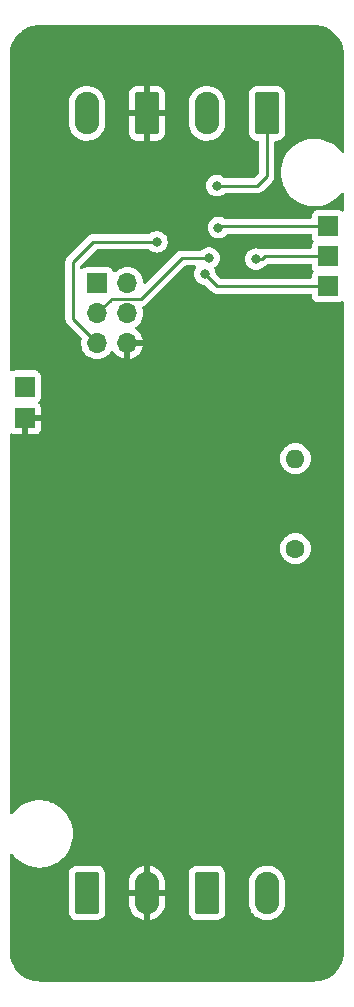
<source format=gbl>
%TF.GenerationSoftware,KiCad,Pcbnew,(5.99.0-11393-ga06b95bb1f)*%
%TF.CreationDate,2021-07-10T21:53:40+02:00*%
%TF.ProjectId,LasS0,4c617353-302e-46b6-9963-61645f706362,v0.1*%
%TF.SameCoordinates,Original*%
%TF.FileFunction,Copper,L2,Bot*%
%TF.FilePolarity,Positive*%
%FSLAX46Y46*%
G04 Gerber Fmt 4.6, Leading zero omitted, Abs format (unit mm)*
G04 Created by KiCad (PCBNEW (5.99.0-11393-ga06b95bb1f)) date 2021-07-10 21:53:40*
%MOMM*%
%LPD*%
G01*
G04 APERTURE LIST*
G04 Aperture macros list*
%AMRoundRect*
0 Rectangle with rounded corners*
0 $1 Rounding radius*
0 $2 $3 $4 $5 $6 $7 $8 $9 X,Y pos of 4 corners*
0 Add a 4 corners polygon primitive as box body*
4,1,4,$2,$3,$4,$5,$6,$7,$8,$9,$2,$3,0*
0 Add four circle primitives for the rounded corners*
1,1,$1+$1,$2,$3*
1,1,$1+$1,$4,$5*
1,1,$1+$1,$6,$7*
1,1,$1+$1,$8,$9*
0 Add four rect primitives between the rounded corners*
20,1,$1+$1,$2,$3,$4,$5,0*
20,1,$1+$1,$4,$5,$6,$7,0*
20,1,$1+$1,$6,$7,$8,$9,0*
20,1,$1+$1,$8,$9,$2,$3,0*%
G04 Aperture macros list end*
%TA.AperFunction,ComponentPad*%
%ADD10RoundRect,0.249999X0.790001X1.550001X-0.790001X1.550001X-0.790001X-1.550001X0.790001X-1.550001X0*%
%TD*%
%TA.AperFunction,ComponentPad*%
%ADD11O,2.080000X3.600000*%
%TD*%
%TA.AperFunction,ComponentPad*%
%ADD12R,1.700000X1.700000*%
%TD*%
%TA.AperFunction,ComponentPad*%
%ADD13O,1.600000X1.600000*%
%TD*%
%TA.AperFunction,ComponentPad*%
%ADD14C,1.600000*%
%TD*%
%TA.AperFunction,ComponentPad*%
%ADD15RoundRect,0.249999X-0.790001X-1.550001X0.790001X-1.550001X0.790001X1.550001X-0.790001X1.550001X0*%
%TD*%
%TA.AperFunction,ComponentPad*%
%ADD16O,1.700000X1.700000*%
%TD*%
%TA.AperFunction,ViaPad*%
%ADD17C,0.800000*%
%TD*%
%TA.AperFunction,Conductor*%
%ADD18C,0.250000*%
%TD*%
G04 APERTURE END LIST*
D10*
%TO.P,J3,1,Pin_1*%
%TO.N,GND*%
X145970000Y-66990000D03*
D11*
%TO.P,J3,2,Pin_2*%
%TO.N,+5V*%
X140890000Y-66990000D03*
%TD*%
D12*
%TO.P,J10,1,Pin_1*%
%TO.N,GND*%
X135638000Y-92788000D03*
%TD*%
%TO.P,J6,1,Pin_1*%
%TO.N,+5V*%
X135638000Y-90121000D03*
%TD*%
%TO.P,J9,1,Pin_1*%
%TO.N,Net-(J9-Pad1)*%
X161292000Y-81612000D03*
%TD*%
%TO.P,J7,1,Pin_1*%
%TO.N,Net-(J7-Pad1)*%
X161292000Y-76532000D03*
%TD*%
D10*
%TO.P,J4,1,Pin_1*%
%TO.N,/A0*%
X156130000Y-66990000D03*
D11*
%TO.P,J4,2,Pin_2*%
%TO.N,/D0*%
X151050000Y-66990000D03*
%TD*%
D12*
%TO.P,J8,1,Pin_1*%
%TO.N,Net-(J8-Pad1)*%
X161292000Y-79072000D03*
%TD*%
D13*
%TO.P,LOGO1,*%
%TO.N,*%
X158544800Y-96215400D03*
D14*
X158544800Y-103835400D03*
%TD*%
D15*
%TO.P,J1,1,Pin_1*%
%TO.N,VCC*%
X140890000Y-132990000D03*
D11*
%TO.P,J1,2,Pin_2*%
%TO.N,GND*%
X145970000Y-132990000D03*
%TD*%
D12*
%TO.P,J5,1,MISO*%
%TO.N,/MISO*%
X141759400Y-81358000D03*
D16*
%TO.P,J5,2,VCC*%
%TO.N,+5V*%
X144299400Y-81358000D03*
%TO.P,J5,3,SCK*%
%TO.N,/SCK*%
X141759400Y-83898000D03*
%TO.P,J5,4,MOSI*%
%TO.N,/MOSI*%
X144299400Y-83898000D03*
%TO.P,J5,5,RST*%
%TO.N,/RST*%
X141759400Y-86438000D03*
%TO.P,J5,6,GND*%
%TO.N,GND*%
X144299400Y-86438000D03*
%TD*%
D15*
%TO.P,J2,1,Pin_1*%
%TO.N,/S0-*%
X151050000Y-132990000D03*
D11*
%TO.P,J2,2,Pin_2*%
%TO.N,/S0+*%
X156130000Y-132990000D03*
%TD*%
D17*
%TO.N,GND*%
X149100000Y-98122000D03*
X138940000Y-75770000D03*
X157609000Y-125427000D03*
X135257000Y-78183000D03*
X160956000Y-113970000D03*
X155450000Y-74627000D03*
X140718000Y-75770000D03*
X140636000Y-117399000D03*
X147748000Y-83363000D03*
X158117000Y-83644000D03*
X149658800Y-111507800D03*
X139956000Y-95582000D03*
X160276000Y-89232000D03*
%TO.N,/A0*%
X151894000Y-73103000D03*
%TO.N,/RST*%
X146814000Y-77859989D03*
%TO.N,/SCK*%
X151225900Y-79232100D03*
%TO.N,Net-(J7-Pad1)*%
X152021000Y-76659000D03*
%TO.N,Net-(J8-Pad1)*%
X155196000Y-79326000D03*
%TO.N,Net-(J9-Pad1)*%
X150878000Y-80596000D03*
%TD*%
D18*
%TO.N,/A0*%
X151894000Y-73103000D02*
X155323000Y-73103000D01*
X156130000Y-72296000D02*
X156130000Y-66990000D01*
X155513500Y-72912500D02*
X156130000Y-72296000D01*
X155323000Y-73103000D02*
X155513500Y-72912500D01*
%TO.N,/RST*%
X141422011Y-77859989D02*
X139702000Y-79580000D01*
X139702000Y-79580000D02*
X139702000Y-84380600D01*
X139702000Y-84380600D02*
X141759400Y-86438000D01*
X146814000Y-77859989D02*
X141422011Y-77859989D01*
%TO.N,/SCK*%
X142908511Y-82748889D02*
X141759400Y-83898000D01*
X142908511Y-82723489D02*
X142908511Y-82748889D01*
X148939900Y-79232100D02*
X145448511Y-82723489D01*
X145448511Y-82723489D02*
X142908511Y-82723489D01*
X151225900Y-79232100D02*
X148939900Y-79232100D01*
%TO.N,Net-(J7-Pad1)*%
X152148000Y-76532000D02*
X161292000Y-76532000D01*
X152021000Y-76659000D02*
X152148000Y-76532000D01*
%TO.N,Net-(J8-Pad1)*%
X155958000Y-79072000D02*
X161292000Y-79072000D01*
X155704000Y-79326000D02*
X155958000Y-79072000D01*
X155196000Y-79326000D02*
X155704000Y-79326000D01*
%TO.N,Net-(J9-Pad1)*%
X151894000Y-81612000D02*
X161292000Y-81612000D01*
X150878000Y-80596000D02*
X151894000Y-81612000D01*
%TD*%
%TA.AperFunction,Conductor*%
%TO.N,GND*%
G36*
X160160000Y-59510848D02*
G01*
X160160000Y-59513000D01*
X160172648Y-59513355D01*
X160294137Y-59516764D01*
X160304708Y-59517506D01*
X160397327Y-59527941D01*
X160569556Y-59547347D01*
X160583486Y-59549714D01*
X160841596Y-59608626D01*
X160855173Y-59612538D01*
X161105054Y-59699975D01*
X161118108Y-59705382D01*
X161356634Y-59820250D01*
X161369001Y-59827085D01*
X161593159Y-59967933D01*
X161604682Y-59976109D01*
X161811678Y-60141182D01*
X161822214Y-60150598D01*
X162009402Y-60337786D01*
X162018818Y-60348322D01*
X162183891Y-60555318D01*
X162192067Y-60566841D01*
X162332915Y-60790999D01*
X162339750Y-60803366D01*
X162454618Y-61041892D01*
X162460025Y-61054946D01*
X162547462Y-61304827D01*
X162551374Y-61318404D01*
X162610286Y-61576514D01*
X162612653Y-61590444D01*
X162642494Y-61855289D01*
X162643236Y-61865863D01*
X162647000Y-62000000D01*
X162645604Y-62000039D01*
X162645611Y-62000294D01*
X162647858Y-62000000D01*
X162650937Y-62023548D01*
X162652000Y-62039884D01*
X162652000Y-70193618D01*
X162631998Y-70261739D01*
X162578342Y-70308232D01*
X162508068Y-70318336D01*
X162443488Y-70288842D01*
X162425174Y-70269183D01*
X162368542Y-70193618D01*
X162341020Y-70156896D01*
X162111088Y-69915022D01*
X162108256Y-69912666D01*
X162108251Y-69912662D01*
X161857344Y-69703985D01*
X161854508Y-69701626D01*
X161851422Y-69699618D01*
X161577867Y-69521630D01*
X161577864Y-69521628D01*
X161574782Y-69519623D01*
X161571484Y-69517990D01*
X161571478Y-69517986D01*
X161279039Y-69373135D01*
X161279032Y-69373132D01*
X161275733Y-69371498D01*
X161272261Y-69370258D01*
X161272258Y-69370257D01*
X161070597Y-69298251D01*
X160961444Y-69259276D01*
X160811242Y-69224737D01*
X160639798Y-69185313D01*
X160639789Y-69185312D01*
X160636208Y-69184488D01*
X160632551Y-69184087D01*
X160632548Y-69184087D01*
X160308139Y-69148559D01*
X160308138Y-69148559D01*
X160304468Y-69148157D01*
X160300775Y-69148186D01*
X159974442Y-69150749D01*
X159974441Y-69150749D01*
X159970755Y-69150778D01*
X159967096Y-69151237D01*
X159643283Y-69191857D01*
X159643279Y-69191858D01*
X159639626Y-69192316D01*
X159636055Y-69193196D01*
X159636052Y-69193197D01*
X159319181Y-69271321D01*
X159319172Y-69271324D01*
X159315606Y-69272203D01*
X159312155Y-69273497D01*
X159312154Y-69273497D01*
X159046367Y-69373135D01*
X159003118Y-69389348D01*
X158999842Y-69391035D01*
X158999838Y-69391037D01*
X158934866Y-69424500D01*
X158706432Y-69542151D01*
X158429600Y-69728525D01*
X158176403Y-69945925D01*
X157950299Y-70191381D01*
X157754377Y-70461540D01*
X157591313Y-70752712D01*
X157589905Y-70756102D01*
X157589901Y-70756111D01*
X157464742Y-71057527D01*
X157463333Y-71060921D01*
X157372187Y-71381957D01*
X157319118Y-71711434D01*
X157304852Y-72044852D01*
X157329584Y-72377658D01*
X157330283Y-72381272D01*
X157330284Y-72381278D01*
X157368819Y-72580449D01*
X157392976Y-72705306D01*
X157394089Y-72708804D01*
X157394091Y-72708812D01*
X157461171Y-72919637D01*
X157494161Y-73023320D01*
X157631759Y-73327356D01*
X157803888Y-73613263D01*
X157806134Y-73616164D01*
X157806139Y-73616171D01*
X158005943Y-73874221D01*
X158005950Y-73874228D01*
X158008200Y-73877135D01*
X158241902Y-74115368D01*
X158501803Y-74324707D01*
X158504918Y-74326665D01*
X158504921Y-74326667D01*
X158781227Y-74500330D01*
X158784352Y-74502294D01*
X159085692Y-74645703D01*
X159401705Y-74752974D01*
X159728075Y-74822644D01*
X159841554Y-74833271D01*
X160056678Y-74853418D01*
X160056683Y-74853418D01*
X160060344Y-74853761D01*
X160265754Y-74848920D01*
X160390290Y-74845985D01*
X160390293Y-74845985D01*
X160393975Y-74845898D01*
X160724411Y-74799164D01*
X160727967Y-74798228D01*
X160727971Y-74798227D01*
X161043574Y-74715136D01*
X161043573Y-74715136D01*
X161047137Y-74714198D01*
X161170884Y-74665577D01*
X161354318Y-74593506D01*
X161354325Y-74593503D01*
X161357745Y-74592159D01*
X161651995Y-74434714D01*
X161925865Y-74244014D01*
X161928615Y-74241577D01*
X161928621Y-74241572D01*
X162172864Y-74025103D01*
X162175616Y-74022664D01*
X162397837Y-73773687D01*
X162422850Y-73738031D01*
X162478346Y-73693751D01*
X162548972Y-73686504D01*
X162612304Y-73718590D01*
X162648235Y-73779823D01*
X162652000Y-73810392D01*
X162652000Y-75175474D01*
X162631998Y-75243595D01*
X162578342Y-75290088D01*
X162508068Y-75300192D01*
X162443487Y-75270698D01*
X162426430Y-75255918D01*
X162419619Y-75250016D01*
X162286670Y-75189300D01*
X162277755Y-75188018D01*
X162277754Y-75188018D01*
X162146448Y-75169139D01*
X162146441Y-75169138D01*
X162142000Y-75168500D01*
X160442000Y-75168500D01*
X160368921Y-75173727D01*
X160315884Y-75189300D01*
X160237330Y-75212365D01*
X160237328Y-75212366D01*
X160228684Y-75214904D01*
X160221105Y-75219775D01*
X160113309Y-75289051D01*
X160113306Y-75289053D01*
X160105729Y-75293923D01*
X160099828Y-75300733D01*
X160015918Y-75397569D01*
X160015916Y-75397572D01*
X160010016Y-75404381D01*
X159949300Y-75537330D01*
X159948018Y-75546245D01*
X159948018Y-75546246D01*
X159929139Y-75677552D01*
X159929138Y-75677559D01*
X159928500Y-75682000D01*
X159928500Y-75772500D01*
X159908498Y-75840621D01*
X159854842Y-75887114D01*
X159802500Y-75898500D01*
X152560827Y-75898500D01*
X152486768Y-75874437D01*
X152483094Y-75871768D01*
X152483090Y-75871766D01*
X152477750Y-75867886D01*
X152471722Y-75865202D01*
X152309318Y-75792895D01*
X152309317Y-75792895D01*
X152303287Y-75790210D01*
X152209887Y-75770357D01*
X152122944Y-75751876D01*
X152122939Y-75751876D01*
X152116487Y-75750504D01*
X151925513Y-75750504D01*
X151919061Y-75751876D01*
X151919056Y-75751876D01*
X151832113Y-75770357D01*
X151738713Y-75790210D01*
X151732683Y-75792895D01*
X151732682Y-75792895D01*
X151570280Y-75865201D01*
X151570278Y-75865202D01*
X151564250Y-75867886D01*
X151558909Y-75871766D01*
X151558908Y-75871767D01*
X151415093Y-75976254D01*
X151415091Y-75976256D01*
X151409749Y-75980137D01*
X151281963Y-76122058D01*
X151186476Y-76287446D01*
X151127462Y-76469073D01*
X151107500Y-76659000D01*
X151127462Y-76848927D01*
X151186476Y-77030554D01*
X151281963Y-77195942D01*
X151286381Y-77200849D01*
X151286382Y-77200850D01*
X151405327Y-77332952D01*
X151409749Y-77337863D01*
X151415091Y-77341744D01*
X151415093Y-77341746D01*
X151496171Y-77400652D01*
X151564250Y-77450114D01*
X151570278Y-77452798D01*
X151570280Y-77452799D01*
X151732682Y-77525105D01*
X151738713Y-77527790D01*
X151832113Y-77547643D01*
X151919056Y-77566124D01*
X151919061Y-77566124D01*
X151925513Y-77567496D01*
X152116487Y-77567496D01*
X152122939Y-77566124D01*
X152122944Y-77566124D01*
X152209887Y-77547643D01*
X152303287Y-77527790D01*
X152309318Y-77525105D01*
X152471720Y-77452799D01*
X152471722Y-77452798D01*
X152477750Y-77450114D01*
X152545829Y-77400652D01*
X152626907Y-77341746D01*
X152626909Y-77341744D01*
X152632251Y-77337863D01*
X152639380Y-77329946D01*
X152721125Y-77239158D01*
X152749910Y-77207190D01*
X152810355Y-77169950D01*
X152843545Y-77165500D01*
X159802500Y-77165500D01*
X159870621Y-77185502D01*
X159917114Y-77239158D01*
X159928500Y-77291500D01*
X159928500Y-77382000D01*
X159933727Y-77455079D01*
X159935631Y-77461562D01*
X159966333Y-77566124D01*
X159974904Y-77595316D01*
X159979775Y-77602895D01*
X160049051Y-77710691D01*
X160049053Y-77710694D01*
X160053923Y-77718271D01*
X160059598Y-77723188D01*
X160088776Y-77787077D01*
X160078674Y-77857351D01*
X160059283Y-77887524D01*
X160015918Y-77937569D01*
X160015916Y-77937572D01*
X160010016Y-77944381D01*
X159949300Y-78077330D01*
X159948018Y-78086245D01*
X159948018Y-78086246D01*
X159929139Y-78217552D01*
X159929138Y-78217559D01*
X159928500Y-78222000D01*
X159928500Y-78312500D01*
X159908498Y-78380621D01*
X159854842Y-78427114D01*
X159802500Y-78438500D01*
X156036383Y-78438500D01*
X156025479Y-78437986D01*
X156018088Y-78436334D01*
X156010162Y-78436583D01*
X156010161Y-78436583D01*
X155951134Y-78438438D01*
X155947176Y-78438500D01*
X155918422Y-78438500D01*
X155914155Y-78439039D01*
X155902313Y-78439972D01*
X155870665Y-78440967D01*
X155866040Y-78441112D01*
X155858117Y-78441361D01*
X155838667Y-78447012D01*
X155819305Y-78451022D01*
X155799212Y-78453560D01*
X155783212Y-78459895D01*
X155758108Y-78469834D01*
X155746878Y-78473679D01*
X155712034Y-78483802D01*
X155712032Y-78483803D01*
X155704421Y-78486014D01*
X155691063Y-78493914D01*
X155622247Y-78511375D01*
X155575673Y-78500569D01*
X155484318Y-78459895D01*
X155484317Y-78459895D01*
X155478287Y-78457210D01*
X155380074Y-78436334D01*
X155297944Y-78418876D01*
X155297939Y-78418876D01*
X155291487Y-78417504D01*
X155100513Y-78417504D01*
X155094061Y-78418876D01*
X155094056Y-78418876D01*
X155011926Y-78436334D01*
X154913713Y-78457210D01*
X154907683Y-78459895D01*
X154907682Y-78459895D01*
X154745280Y-78532201D01*
X154745278Y-78532202D01*
X154739250Y-78534886D01*
X154733909Y-78538766D01*
X154733908Y-78538767D01*
X154590093Y-78643254D01*
X154590091Y-78643256D01*
X154584749Y-78647137D01*
X154580328Y-78652047D01*
X154580327Y-78652048D01*
X154477136Y-78766654D01*
X154456963Y-78789058D01*
X154361476Y-78954446D01*
X154302462Y-79136073D01*
X154282500Y-79326000D01*
X154283190Y-79332565D01*
X154295064Y-79445535D01*
X154302462Y-79515927D01*
X154361476Y-79697554D01*
X154364779Y-79703276D01*
X154364780Y-79703277D01*
X154367726Y-79708379D01*
X154456963Y-79862942D01*
X154461381Y-79867849D01*
X154461382Y-79867850D01*
X154580327Y-79999952D01*
X154584749Y-80004863D01*
X154590091Y-80008744D01*
X154590093Y-80008746D01*
X154706189Y-80093094D01*
X154739250Y-80117114D01*
X154745278Y-80119798D01*
X154745280Y-80119799D01*
X154878942Y-80179309D01*
X154913713Y-80194790D01*
X155007113Y-80214643D01*
X155094056Y-80233124D01*
X155094061Y-80233124D01*
X155100513Y-80234496D01*
X155291487Y-80234496D01*
X155297939Y-80233124D01*
X155297944Y-80233124D01*
X155384887Y-80214643D01*
X155478287Y-80194790D01*
X155513058Y-80179309D01*
X155646720Y-80119799D01*
X155646722Y-80119798D01*
X155652750Y-80117114D01*
X155685811Y-80093094D01*
X155801907Y-80008746D01*
X155801909Y-80008744D01*
X155807251Y-80004863D01*
X155841255Y-79967098D01*
X155888507Y-79934257D01*
X155903902Y-79928162D01*
X155915130Y-79924318D01*
X155915364Y-79924250D01*
X155957578Y-79911986D01*
X155967612Y-79906052D01*
X155975011Y-79901677D01*
X155992762Y-79892981D01*
X156004226Y-79888442D01*
X156004229Y-79888440D01*
X156011600Y-79885522D01*
X156047368Y-79859535D01*
X156057291Y-79853016D01*
X156095341Y-79830514D01*
X156095759Y-79830145D01*
X156109842Y-79816062D01*
X156124867Y-79803228D01*
X156141083Y-79791446D01*
X156169030Y-79757664D01*
X156177019Y-79748885D01*
X156183499Y-79742405D01*
X156245811Y-79708379D01*
X156272594Y-79705500D01*
X159802500Y-79705500D01*
X159870621Y-79725502D01*
X159917114Y-79779158D01*
X159928500Y-79831500D01*
X159928500Y-79922000D01*
X159933727Y-79995079D01*
X159951123Y-80054324D01*
X159968954Y-80115051D01*
X159974904Y-80135316D01*
X159979775Y-80142895D01*
X160049051Y-80250691D01*
X160049053Y-80250694D01*
X160053923Y-80258271D01*
X160059598Y-80263188D01*
X160088776Y-80327077D01*
X160078674Y-80397351D01*
X160059283Y-80427524D01*
X160015918Y-80477569D01*
X160015916Y-80477572D01*
X160010016Y-80484381D01*
X160006272Y-80492579D01*
X159999230Y-80508000D01*
X159949300Y-80617330D01*
X159948018Y-80626245D01*
X159948018Y-80626246D01*
X159929139Y-80757552D01*
X159929138Y-80757559D01*
X159928500Y-80762000D01*
X159928500Y-80852500D01*
X159908498Y-80920621D01*
X159854842Y-80967114D01*
X159802500Y-80978500D01*
X152208594Y-80978500D01*
X152140473Y-80958498D01*
X152119499Y-80941595D01*
X151825118Y-80647214D01*
X151791092Y-80584902D01*
X151788903Y-80571290D01*
X151772228Y-80412637D01*
X151772228Y-80412636D01*
X151771538Y-80406073D01*
X151712524Y-80224446D01*
X151697932Y-80199171D01*
X151678573Y-80165641D01*
X151661835Y-80096646D01*
X151685056Y-80029554D01*
X151713631Y-80000705D01*
X151714668Y-79999952D01*
X151798206Y-79939258D01*
X151831807Y-79914846D01*
X151831809Y-79914844D01*
X151837151Y-79910963D01*
X151845512Y-79901677D01*
X151960518Y-79773950D01*
X151960519Y-79773949D01*
X151964937Y-79769042D01*
X152060424Y-79603654D01*
X152091061Y-79509363D01*
X152117398Y-79428306D01*
X152117398Y-79428305D01*
X152119438Y-79422027D01*
X152139400Y-79232100D01*
X152119438Y-79042173D01*
X152060424Y-78860546D01*
X151964937Y-78695158D01*
X151927688Y-78653788D01*
X151841573Y-78558148D01*
X151841572Y-78558147D01*
X151837151Y-78553237D01*
X151831809Y-78549356D01*
X151831807Y-78549354D01*
X151687992Y-78444867D01*
X151687991Y-78444866D01*
X151682650Y-78440986D01*
X151676622Y-78438302D01*
X151676620Y-78438301D01*
X151514218Y-78365995D01*
X151514217Y-78365995D01*
X151508187Y-78363310D01*
X151414787Y-78343457D01*
X151327844Y-78324976D01*
X151327839Y-78324976D01*
X151321387Y-78323604D01*
X151130413Y-78323604D01*
X151123961Y-78324976D01*
X151123956Y-78324976D01*
X151037013Y-78343457D01*
X150943613Y-78363310D01*
X150937583Y-78365995D01*
X150937582Y-78365995D01*
X150775180Y-78438301D01*
X150775178Y-78438302D01*
X150769150Y-78440986D01*
X150763809Y-78444866D01*
X150763808Y-78444867D01*
X150619993Y-78549354D01*
X150619991Y-78549356D01*
X150614649Y-78553237D01*
X150610228Y-78558147D01*
X150605325Y-78562562D01*
X150604199Y-78561311D01*
X150550900Y-78594149D01*
X150517706Y-78598600D01*
X149018296Y-78598600D01*
X149007382Y-78598086D01*
X148999989Y-78596433D01*
X148992064Y-78596682D01*
X148992063Y-78596682D01*
X148933016Y-78598538D01*
X148929058Y-78598600D01*
X148900322Y-78598600D01*
X148896051Y-78599139D01*
X148884222Y-78600071D01*
X148840017Y-78601461D01*
X148832401Y-78603674D01*
X148832399Y-78603674D01*
X148820561Y-78607113D01*
X148801202Y-78611122D01*
X148788979Y-78612666D01*
X148788978Y-78612666D01*
X148781112Y-78613660D01*
X148773736Y-78616580D01*
X148773737Y-78616580D01*
X148740011Y-78629932D01*
X148728782Y-78633777D01*
X148693935Y-78643901D01*
X148693934Y-78643902D01*
X148686322Y-78646113D01*
X148679499Y-78650148D01*
X148668883Y-78656426D01*
X148651131Y-78665122D01*
X148632300Y-78672578D01*
X148609881Y-78688866D01*
X148596529Y-78698567D01*
X148586611Y-78705082D01*
X148548559Y-78727586D01*
X148548141Y-78727955D01*
X148534058Y-78742038D01*
X148519033Y-78754872D01*
X148502817Y-78766654D01*
X148474871Y-78800435D01*
X148466881Y-78809215D01*
X145874580Y-81401516D01*
X145812268Y-81435542D01*
X145741453Y-81430477D01*
X145684617Y-81387930D01*
X145659936Y-81323073D01*
X145643858Y-81133577D01*
X145643857Y-81133574D01*
X145643407Y-81128265D01*
X145585484Y-80905098D01*
X145561791Y-80852500D01*
X145492978Y-80699743D01*
X145492977Y-80699741D01*
X145490788Y-80694882D01*
X145479738Y-80678468D01*
X145458696Y-80647214D01*
X145362027Y-80503626D01*
X145202882Y-80336799D01*
X145166967Y-80310077D01*
X145022186Y-80202357D01*
X145022187Y-80202357D01*
X145017904Y-80199171D01*
X145013153Y-80196755D01*
X145013149Y-80196753D01*
X144817140Y-80097097D01*
X144817139Y-80097097D01*
X144812382Y-80094678D01*
X144688920Y-80056342D01*
X144597295Y-80027891D01*
X144597289Y-80027890D01*
X144592192Y-80026307D01*
X144487198Y-80012391D01*
X144368915Y-79996714D01*
X144368910Y-79996714D01*
X144363630Y-79996014D01*
X144358300Y-79996214D01*
X144358299Y-79996214D01*
X144264720Y-79999727D01*
X144133231Y-80004663D01*
X144113772Y-80008746D01*
X143912811Y-80050912D01*
X143912808Y-80050913D01*
X143907584Y-80052009D01*
X143693140Y-80136697D01*
X143496031Y-80256306D01*
X143492001Y-80259803D01*
X143333490Y-80397351D01*
X143321892Y-80407415D01*
X143316739Y-80413700D01*
X143315764Y-80414365D01*
X143314790Y-80415366D01*
X143314586Y-80415168D01*
X143258081Y-80453695D01*
X143187110Y-80455628D01*
X143126361Y-80418885D01*
X143098408Y-80369309D01*
X143086007Y-80327077D01*
X143076496Y-80294684D01*
X143037815Y-80234496D01*
X143002349Y-80179309D01*
X143002347Y-80179306D01*
X142997477Y-80171729D01*
X142959539Y-80138855D01*
X142893831Y-80081918D01*
X142893828Y-80081916D01*
X142887019Y-80076016D01*
X142843939Y-80056342D01*
X142762264Y-80019042D01*
X142762263Y-80019042D01*
X142754070Y-80015300D01*
X142745155Y-80014018D01*
X142745154Y-80014018D01*
X142613848Y-79995139D01*
X142613841Y-79995138D01*
X142609400Y-79994500D01*
X140909400Y-79994500D01*
X140836321Y-79999727D01*
X140783284Y-80015300D01*
X140704730Y-80038365D01*
X140704728Y-80038366D01*
X140696084Y-80040904D01*
X140675750Y-80053972D01*
X140580709Y-80115051D01*
X140580706Y-80115053D01*
X140573129Y-80119923D01*
X140567228Y-80126733D01*
X140556724Y-80138855D01*
X140496997Y-80177238D01*
X140426000Y-80177238D01*
X140366275Y-80138854D01*
X140336782Y-80074272D01*
X140335500Y-80056342D01*
X140335500Y-79894594D01*
X140355502Y-79826473D01*
X140372405Y-79805499D01*
X141647510Y-78530394D01*
X141709822Y-78496368D01*
X141736605Y-78493489D01*
X146105806Y-78493489D01*
X146173927Y-78513491D01*
X146193151Y-78529831D01*
X146193425Y-78529527D01*
X146198327Y-78533941D01*
X146202749Y-78538852D01*
X146208091Y-78542733D01*
X146208093Y-78542735D01*
X146347337Y-78643901D01*
X146357250Y-78651103D01*
X146363278Y-78653787D01*
X146363280Y-78653788D01*
X146471694Y-78702057D01*
X146531713Y-78728779D01*
X146625113Y-78748632D01*
X146712056Y-78767113D01*
X146712061Y-78767113D01*
X146718513Y-78768485D01*
X146909487Y-78768485D01*
X146915939Y-78767113D01*
X146915944Y-78767113D01*
X147002887Y-78748632D01*
X147096287Y-78728779D01*
X147156306Y-78702057D01*
X147264720Y-78653788D01*
X147264722Y-78653787D01*
X147270750Y-78651103D01*
X147280663Y-78643901D01*
X147419907Y-78542735D01*
X147419909Y-78542733D01*
X147425251Y-78538852D01*
X147433647Y-78529527D01*
X147548618Y-78401839D01*
X147548619Y-78401838D01*
X147553037Y-78396931D01*
X147648524Y-78231543D01*
X147707538Y-78049916D01*
X147717769Y-77952579D01*
X147726810Y-77866554D01*
X147727500Y-77859989D01*
X147707538Y-77670062D01*
X147648524Y-77488435D01*
X147553037Y-77323047D01*
X147497770Y-77261666D01*
X147429673Y-77186037D01*
X147429672Y-77186036D01*
X147425251Y-77181126D01*
X147419909Y-77177245D01*
X147419907Y-77177243D01*
X147276092Y-77072756D01*
X147276091Y-77072755D01*
X147270750Y-77068875D01*
X147264722Y-77066191D01*
X147264720Y-77066190D01*
X147102318Y-76993884D01*
X147102317Y-76993884D01*
X147096287Y-76991199D01*
X147002887Y-76971346D01*
X146915944Y-76952865D01*
X146915939Y-76952865D01*
X146909487Y-76951493D01*
X146718513Y-76951493D01*
X146712061Y-76952865D01*
X146712056Y-76952865D01*
X146625113Y-76971346D01*
X146531713Y-76991199D01*
X146525683Y-76993884D01*
X146525682Y-76993884D01*
X146363280Y-77066190D01*
X146363278Y-77066191D01*
X146357250Y-77068875D01*
X146351909Y-77072755D01*
X146351908Y-77072756D01*
X146208093Y-77177243D01*
X146208091Y-77177245D01*
X146202749Y-77181126D01*
X146198328Y-77186036D01*
X146193425Y-77190451D01*
X146192299Y-77189200D01*
X146139000Y-77222038D01*
X146105806Y-77226489D01*
X141500395Y-77226489D01*
X141489491Y-77225975D01*
X141482100Y-77224323D01*
X141474174Y-77224572D01*
X141474173Y-77224572D01*
X141415145Y-77226427D01*
X141411188Y-77226489D01*
X141382433Y-77226489D01*
X141378166Y-77227028D01*
X141366324Y-77227961D01*
X141322128Y-77229350D01*
X141314511Y-77231563D01*
X141302672Y-77235002D01*
X141283313Y-77239011D01*
X141271090Y-77240555D01*
X141271089Y-77240555D01*
X141263223Y-77241549D01*
X141255847Y-77244469D01*
X141255848Y-77244469D01*
X141222122Y-77257821D01*
X141210893Y-77261666D01*
X141176046Y-77271790D01*
X141176045Y-77271791D01*
X141168433Y-77274002D01*
X141161610Y-77278037D01*
X141150994Y-77284315D01*
X141133242Y-77293011D01*
X141114411Y-77300467D01*
X141091992Y-77316755D01*
X141078640Y-77326456D01*
X141068722Y-77332971D01*
X141030670Y-77355475D01*
X141030252Y-77355844D01*
X141016169Y-77369927D01*
X141001144Y-77382761D01*
X140984928Y-77394543D01*
X140956982Y-77428324D01*
X140948992Y-77437104D01*
X139309487Y-79076609D01*
X139301399Y-79083969D01*
X139295005Y-79088027D01*
X139289580Y-79093804D01*
X139249131Y-79136878D01*
X139246376Y-79139720D01*
X139226062Y-79160034D01*
X139223417Y-79163445D01*
X139215713Y-79172465D01*
X139185443Y-79204699D01*
X139181626Y-79211643D01*
X139181624Y-79211645D01*
X139175682Y-79222453D01*
X139164828Y-79238977D01*
X139152417Y-79254977D01*
X139149270Y-79262248D01*
X139149270Y-79262249D01*
X139134859Y-79295551D01*
X139129638Y-79306207D01*
X139108338Y-79344952D01*
X139106366Y-79352635D01*
X139106365Y-79352636D01*
X139103301Y-79364568D01*
X139096897Y-79383272D01*
X139092001Y-79394585D01*
X139091999Y-79394592D01*
X139088852Y-79401864D01*
X139087613Y-79409688D01*
X139087612Y-79409691D01*
X139081935Y-79445535D01*
X139079528Y-79457156D01*
X139070013Y-79494218D01*
X139068535Y-79499975D01*
X139068500Y-79500531D01*
X139068500Y-79520452D01*
X139066949Y-79540162D01*
X139063816Y-79559944D01*
X139064562Y-79567836D01*
X139067941Y-79603582D01*
X139068500Y-79615440D01*
X139068500Y-84302216D01*
X139067986Y-84313120D01*
X139066334Y-84320511D01*
X139066583Y-84328437D01*
X139066583Y-84328438D01*
X139068438Y-84387466D01*
X139068500Y-84391423D01*
X139068500Y-84420178D01*
X139068996Y-84424103D01*
X139068996Y-84424104D01*
X139069039Y-84424443D01*
X139069972Y-84436287D01*
X139071361Y-84480483D01*
X139073573Y-84488095D01*
X139077012Y-84499933D01*
X139081022Y-84519295D01*
X139083560Y-84539388D01*
X139086476Y-84546753D01*
X139086477Y-84546757D01*
X139099837Y-84580501D01*
X139103681Y-84591728D01*
X139116014Y-84634178D01*
X139120052Y-84641006D01*
X139126323Y-84651611D01*
X139135019Y-84669362D01*
X139139558Y-84680826D01*
X139142478Y-84688200D01*
X139147139Y-84694615D01*
X139168465Y-84723967D01*
X139174983Y-84733890D01*
X139197486Y-84771941D01*
X139197855Y-84772359D01*
X139211938Y-84786442D01*
X139224772Y-84801467D01*
X139236554Y-84817683D01*
X139270335Y-84845629D01*
X139279115Y-84853619D01*
X140406353Y-85980857D01*
X140440379Y-86043169D01*
X140441247Y-86092373D01*
X140425397Y-86180027D01*
X140401951Y-86309683D01*
X140399738Y-86540233D01*
X140436402Y-86767861D01*
X140510894Y-86986056D01*
X140621085Y-87188580D01*
X140763824Y-87369644D01*
X140767789Y-87373220D01*
X140931059Y-87520489D01*
X140931065Y-87520494D01*
X140935029Y-87524069D01*
X141129806Y-87647439D01*
X141342584Y-87736228D01*
X141347787Y-87737425D01*
X141347792Y-87737426D01*
X141562078Y-87786701D01*
X141562083Y-87786702D01*
X141567281Y-87787897D01*
X141572609Y-87788200D01*
X141572612Y-87788200D01*
X141728693Y-87797063D01*
X141797471Y-87800968D01*
X141802778Y-87800368D01*
X141802780Y-87800368D01*
X141923672Y-87786701D01*
X142026573Y-87775068D01*
X142031688Y-87773587D01*
X142031692Y-87773586D01*
X142156561Y-87737426D01*
X142248035Y-87710937D01*
X142455525Y-87610409D01*
X142459863Y-87607309D01*
X142459868Y-87607306D01*
X142638770Y-87479459D01*
X142643111Y-87476357D01*
X142805430Y-87312617D01*
X142927353Y-87138816D01*
X142982849Y-87094536D01*
X143053475Y-87087289D01*
X143116807Y-87119375D01*
X143141181Y-87150958D01*
X143158950Y-87183617D01*
X143164802Y-87192491D01*
X143300886Y-87365113D01*
X143308150Y-87372875D01*
X143471367Y-87520094D01*
X143479844Y-87526528D01*
X143665522Y-87644136D01*
X143674967Y-87649053D01*
X143877806Y-87733694D01*
X143887945Y-87736950D01*
X144027745Y-87769096D01*
X144041822Y-87768257D01*
X144045400Y-87758999D01*
X144045400Y-86705548D01*
X144553400Y-86705548D01*
X144553400Y-87757941D01*
X144557551Y-87772079D01*
X144568198Y-87773774D01*
X144571592Y-87773096D01*
X144782733Y-87711954D01*
X144792659Y-87708143D01*
X144990465Y-87612307D01*
X144999612Y-87606876D01*
X145178441Y-87479083D01*
X145186549Y-87472182D01*
X145341293Y-87316082D01*
X145348106Y-87307933D01*
X145474340Y-87127988D01*
X145479695Y-87118787D01*
X145573799Y-86920156D01*
X145577523Y-86910197D01*
X145635368Y-86703718D01*
X145633830Y-86695351D01*
X145621537Y-86692000D01*
X144571515Y-86692000D01*
X144556276Y-86696475D01*
X144555071Y-86697865D01*
X144553400Y-86705548D01*
X144045400Y-86705548D01*
X144045400Y-86310000D01*
X144065402Y-86241879D01*
X144119058Y-86195386D01*
X144171400Y-86184000D01*
X145618479Y-86184000D01*
X145632010Y-86180027D01*
X145633276Y-86171218D01*
X145586354Y-85990433D01*
X145582819Y-85980395D01*
X145492547Y-85779998D01*
X145487367Y-85770692D01*
X145364618Y-85588366D01*
X145357957Y-85580080D01*
X145206230Y-85421030D01*
X145198273Y-85413990D01*
X145021924Y-85282783D01*
X145009381Y-85275005D01*
X144962028Y-85222107D01*
X144950791Y-85152005D01*
X144979238Y-85086957D01*
X145002522Y-85065409D01*
X145183111Y-84936357D01*
X145300755Y-84817683D01*
X145341677Y-84776403D01*
X145341678Y-84776402D01*
X145345430Y-84772617D01*
X145447886Y-84626566D01*
X145474775Y-84588236D01*
X145474776Y-84588234D01*
X145477839Y-84583868D01*
X145576553Y-84375508D01*
X145638749Y-84153494D01*
X145662649Y-83924176D01*
X145662900Y-83898000D01*
X145662650Y-83895052D01*
X145643858Y-83673576D01*
X145643857Y-83673572D01*
X145643407Y-83668265D01*
X145591683Y-83468982D01*
X145593930Y-83398021D01*
X145634184Y-83339540D01*
X145678490Y-83316331D01*
X145694473Y-83311688D01*
X145694476Y-83311687D01*
X145702089Y-83309475D01*
X145708917Y-83305437D01*
X145719522Y-83299166D01*
X145737273Y-83290470D01*
X145748737Y-83285931D01*
X145748740Y-83285929D01*
X145756111Y-83283011D01*
X145791879Y-83257024D01*
X145801802Y-83250505D01*
X145839852Y-83228003D01*
X145840270Y-83227634D01*
X145854353Y-83213551D01*
X145869378Y-83200717D01*
X145885594Y-83188935D01*
X145913541Y-83155153D01*
X145921530Y-83146374D01*
X149165399Y-79902505D01*
X149227711Y-79868479D01*
X149254494Y-79865600D01*
X150033083Y-79865600D01*
X150101204Y-79885602D01*
X150147697Y-79939258D01*
X150157801Y-80009532D01*
X150137939Y-80058467D01*
X150138963Y-80059058D01*
X150058069Y-80199171D01*
X150043476Y-80224446D01*
X149984462Y-80406073D01*
X149983772Y-80412636D01*
X149983772Y-80412637D01*
X149969473Y-80548684D01*
X149964500Y-80596000D01*
X149984462Y-80785927D01*
X150043476Y-80967554D01*
X150138963Y-81132942D01*
X150266749Y-81274863D01*
X150272091Y-81278744D01*
X150272093Y-81278746D01*
X150381178Y-81358000D01*
X150421250Y-81387114D01*
X150427278Y-81389798D01*
X150427280Y-81389799D01*
X150530021Y-81435542D01*
X150595713Y-81464790D01*
X150689113Y-81484643D01*
X150776056Y-81503124D01*
X150776061Y-81503124D01*
X150782513Y-81504496D01*
X150838402Y-81504496D01*
X150906523Y-81524498D01*
X150927497Y-81541401D01*
X151390609Y-82004513D01*
X151397969Y-82012601D01*
X151402027Y-82018995D01*
X151407804Y-82024420D01*
X151450878Y-82064869D01*
X151453720Y-82067624D01*
X151474034Y-82087938D01*
X151477445Y-82090583D01*
X151486465Y-82098287D01*
X151518699Y-82128557D01*
X151525643Y-82132374D01*
X151525645Y-82132376D01*
X151536453Y-82138318D01*
X151552977Y-82149172D01*
X151568977Y-82161583D01*
X151576248Y-82164730D01*
X151576249Y-82164730D01*
X151609551Y-82179141D01*
X151620207Y-82184362D01*
X151658952Y-82205662D01*
X151666635Y-82207634D01*
X151666636Y-82207635D01*
X151678568Y-82210699D01*
X151697272Y-82217103D01*
X151708585Y-82221999D01*
X151708592Y-82222001D01*
X151715864Y-82225148D01*
X151723688Y-82226387D01*
X151723691Y-82226388D01*
X151759535Y-82232065D01*
X151771156Y-82234472D01*
X151808218Y-82243987D01*
X151813975Y-82245465D01*
X151814531Y-82245500D01*
X151834452Y-82245500D01*
X151854162Y-82247051D01*
X151866114Y-82248944D01*
X151866115Y-82248944D01*
X151873944Y-82250184D01*
X151881836Y-82249438D01*
X151917582Y-82246059D01*
X151929440Y-82245500D01*
X159802500Y-82245500D01*
X159870621Y-82265502D01*
X159917114Y-82319158D01*
X159928500Y-82371500D01*
X159928500Y-82462000D01*
X159933727Y-82535079D01*
X159974904Y-82675316D01*
X159991337Y-82700886D01*
X160049051Y-82790691D01*
X160049053Y-82790694D01*
X160053923Y-82798271D01*
X160060733Y-82804172D01*
X160157569Y-82888082D01*
X160157572Y-82888084D01*
X160164381Y-82893984D01*
X160297330Y-82954700D01*
X160306245Y-82955982D01*
X160306246Y-82955982D01*
X160437552Y-82974861D01*
X160437559Y-82974862D01*
X160442000Y-82975500D01*
X162142000Y-82975500D01*
X162215079Y-82970273D01*
X162304847Y-82943915D01*
X162346670Y-82931635D01*
X162346672Y-82931634D01*
X162355316Y-82929096D01*
X162457880Y-82863182D01*
X162525999Y-82843180D01*
X162594120Y-82863182D01*
X162640613Y-82916837D01*
X162652000Y-82969180D01*
X162652000Y-137952114D01*
X162650500Y-137971497D01*
X162647038Y-137993733D01*
X162647629Y-137998246D01*
X162647417Y-138000000D01*
X162647000Y-138000000D01*
X162646874Y-138004494D01*
X162643236Y-138134137D01*
X162642494Y-138144711D01*
X162612653Y-138409556D01*
X162610286Y-138423486D01*
X162551374Y-138681596D01*
X162547462Y-138695173D01*
X162460025Y-138945054D01*
X162454618Y-138958108D01*
X162339750Y-139196634D01*
X162332915Y-139209001D01*
X162192067Y-139433159D01*
X162183891Y-139444682D01*
X162018818Y-139651678D01*
X162009402Y-139662214D01*
X161822214Y-139849402D01*
X161811678Y-139858818D01*
X161604682Y-140023891D01*
X161593159Y-140032067D01*
X161369001Y-140172915D01*
X161356634Y-140179750D01*
X161118108Y-140294618D01*
X161105054Y-140300025D01*
X160855173Y-140387462D01*
X160841596Y-140391374D01*
X160583486Y-140450286D01*
X160569556Y-140452653D01*
X160397327Y-140472059D01*
X160304708Y-140482494D01*
X160294137Y-140483236D01*
X160175593Y-140486562D01*
X160175590Y-140486563D01*
X160160000Y-140487000D01*
X160160000Y-140489028D01*
X160141205Y-140492000D01*
X160132378Y-140492000D01*
X160131608Y-140491998D01*
X160131052Y-140491995D01*
X160090378Y-140491746D01*
X160089546Y-140491984D01*
X160089308Y-140492000D01*
X136884847Y-140492000D01*
X136860000Y-140489152D01*
X136860000Y-140487000D01*
X136847352Y-140486645D01*
X136725863Y-140483236D01*
X136715292Y-140482494D01*
X136622673Y-140472059D01*
X136450444Y-140452653D01*
X136436514Y-140450286D01*
X136178404Y-140391374D01*
X136164827Y-140387462D01*
X135914946Y-140300025D01*
X135901892Y-140294618D01*
X135663366Y-140179750D01*
X135650999Y-140172915D01*
X135426841Y-140032067D01*
X135415318Y-140023891D01*
X135208322Y-139858818D01*
X135197786Y-139849402D01*
X135010598Y-139662214D01*
X135001182Y-139651678D01*
X134836109Y-139444682D01*
X134827933Y-139433159D01*
X134687085Y-139209001D01*
X134680250Y-139196634D01*
X134565382Y-138958108D01*
X134559975Y-138945054D01*
X134472538Y-138695173D01*
X134468626Y-138681596D01*
X134409714Y-138423486D01*
X134407347Y-138409556D01*
X134377506Y-138144711D01*
X134376764Y-138134137D01*
X134373391Y-138013951D01*
X134373000Y-138000000D01*
X134372103Y-137993733D01*
X134369273Y-137973976D01*
X134368000Y-137956113D01*
X134368000Y-131383977D01*
X139341500Y-131383977D01*
X139341500Y-134582887D01*
X139356978Y-134715644D01*
X139359474Y-134722522D01*
X139359475Y-134722524D01*
X139410720Y-134863701D01*
X139417313Y-134881865D01*
X139514269Y-135029747D01*
X139642645Y-135151359D01*
X139795554Y-135240175D01*
X139964795Y-135291433D01*
X139971235Y-135292008D01*
X139971236Y-135292008D01*
X140041184Y-135298251D01*
X140041190Y-135298251D01*
X140043977Y-135298500D01*
X141722887Y-135298500D01*
X141818107Y-135287398D01*
X141848372Y-135283870D01*
X141848373Y-135283870D01*
X141855644Y-135283022D01*
X141862522Y-135280526D01*
X141862524Y-135280525D01*
X142014986Y-135225184D01*
X142021865Y-135222687D01*
X142169747Y-135125731D01*
X142291359Y-134997355D01*
X142380175Y-134844446D01*
X142431433Y-134675205D01*
X142438500Y-134596023D01*
X142438500Y-133257548D01*
X144422000Y-133257548D01*
X144422000Y-133809626D01*
X144422202Y-133814658D01*
X144436571Y-133993244D01*
X144438185Y-134003214D01*
X144495191Y-134235296D01*
X144498370Y-134244854D01*
X144591750Y-134464844D01*
X144596424Y-134473783D01*
X144723768Y-134676003D01*
X144729809Y-134684078D01*
X144887852Y-134863342D01*
X144895104Y-134870345D01*
X145079772Y-135022033D01*
X145088054Y-135027789D01*
X145294595Y-135147999D01*
X145303700Y-135152361D01*
X145526795Y-135238000D01*
X145536484Y-135240851D01*
X145698264Y-135274649D01*
X145712325Y-135273526D01*
X145716000Y-135263418D01*
X145716000Y-133262115D01*
X145714659Y-133257548D01*
X146224000Y-133257548D01*
X146224000Y-135260821D01*
X146228136Y-135274907D01*
X146241114Y-135276956D01*
X146266618Y-135274005D01*
X146276515Y-135272045D01*
X146506469Y-135206975D01*
X146515914Y-135203463D01*
X146732510Y-135102463D01*
X146741274Y-135097484D01*
X146938925Y-134963160D01*
X146946800Y-134956828D01*
X147120422Y-134792642D01*
X147127183Y-134785133D01*
X147272327Y-134595293D01*
X147277791Y-134586814D01*
X147390719Y-134376203D01*
X147394759Y-134366957D01*
X147472561Y-134141004D01*
X147475072Y-134131223D01*
X147515933Y-133894662D01*
X147516788Y-133886790D01*
X147517936Y-133861519D01*
X147518000Y-133858686D01*
X147518000Y-133262115D01*
X147513525Y-133246876D01*
X147512135Y-133245671D01*
X147504452Y-133244000D01*
X146242115Y-133244000D01*
X146226876Y-133248475D01*
X146225671Y-133249865D01*
X146224000Y-133257548D01*
X145714659Y-133257548D01*
X145711525Y-133246876D01*
X145710135Y-133245671D01*
X145702452Y-133244000D01*
X144440115Y-133244000D01*
X144424876Y-133248475D01*
X144423671Y-133249865D01*
X144422000Y-133257548D01*
X142438500Y-133257548D01*
X142438500Y-132121314D01*
X144422000Y-132121314D01*
X144422000Y-132717885D01*
X144426475Y-132733124D01*
X144427865Y-132734329D01*
X144435548Y-132736000D01*
X145697885Y-132736000D01*
X145713124Y-132731525D01*
X145714329Y-132730135D01*
X145716000Y-132722452D01*
X145716000Y-130719179D01*
X145715237Y-130716582D01*
X146224000Y-130716582D01*
X146224000Y-132717885D01*
X146228475Y-132733124D01*
X146229865Y-132734329D01*
X146237548Y-132736000D01*
X147499885Y-132736000D01*
X147515124Y-132731525D01*
X147516329Y-132730135D01*
X147518000Y-132722452D01*
X147518000Y-132170374D01*
X147517798Y-132165342D01*
X147503429Y-131986756D01*
X147501815Y-131976786D01*
X147444809Y-131744704D01*
X147441630Y-131735146D01*
X147348250Y-131515156D01*
X147343576Y-131506217D01*
X147266598Y-131383977D01*
X149501500Y-131383977D01*
X149501500Y-134582887D01*
X149516978Y-134715644D01*
X149519474Y-134722522D01*
X149519475Y-134722524D01*
X149570720Y-134863701D01*
X149577313Y-134881865D01*
X149674269Y-135029747D01*
X149802645Y-135151359D01*
X149955554Y-135240175D01*
X150124795Y-135291433D01*
X150131235Y-135292008D01*
X150131236Y-135292008D01*
X150201184Y-135298251D01*
X150201190Y-135298251D01*
X150203977Y-135298500D01*
X151882887Y-135298500D01*
X151978107Y-135287398D01*
X152008372Y-135283870D01*
X152008373Y-135283870D01*
X152015644Y-135283022D01*
X152022522Y-135280526D01*
X152022524Y-135280525D01*
X152174986Y-135225184D01*
X152181865Y-135222687D01*
X152329747Y-135125731D01*
X152451359Y-134997355D01*
X152540175Y-134844446D01*
X152591433Y-134675205D01*
X152598500Y-134596023D01*
X152598500Y-132119898D01*
X154581500Y-132119898D01*
X154581500Y-133812143D01*
X154581702Y-133814651D01*
X154581702Y-133814656D01*
X154587510Y-133886836D01*
X154596484Y-133998375D01*
X154655921Y-134240361D01*
X154753283Y-134469730D01*
X154755981Y-134474015D01*
X154755984Y-134474020D01*
X154821935Y-134578748D01*
X154886064Y-134680583D01*
X154923040Y-134722524D01*
X155047188Y-134863342D01*
X155050848Y-134867494D01*
X155243396Y-135025655D01*
X155247764Y-135028197D01*
X155450728Y-135146325D01*
X155458755Y-135150997D01*
X155463478Y-135152810D01*
X155686659Y-135238481D01*
X155686663Y-135238482D01*
X155691383Y-135240294D01*
X155696333Y-135241328D01*
X155696336Y-135241329D01*
X155930344Y-135290216D01*
X155930348Y-135290216D01*
X155935295Y-135291250D01*
X156184216Y-135302554D01*
X156189236Y-135301973D01*
X156189240Y-135301973D01*
X156426716Y-135274496D01*
X156426720Y-135274495D01*
X156431743Y-135273914D01*
X156436607Y-135272538D01*
X156436610Y-135272537D01*
X156666644Y-135207444D01*
X156666643Y-135207444D01*
X156671507Y-135206068D01*
X156677094Y-135203463D01*
X156789606Y-135150997D01*
X156897339Y-135100760D01*
X156901519Y-135097919D01*
X156901523Y-135097917D01*
X156988619Y-135038727D01*
X157103429Y-134960702D01*
X157107106Y-134957225D01*
X157107112Y-134957220D01*
X157280796Y-134792973D01*
X157284475Y-134789494D01*
X157435820Y-134591544D01*
X157553570Y-134371942D01*
X157634694Y-134136340D01*
X157677106Y-133890798D01*
X157678500Y-133860102D01*
X157678500Y-132167857D01*
X157674755Y-132121312D01*
X157663922Y-131986667D01*
X157663921Y-131986663D01*
X157663516Y-131981625D01*
X157604079Y-131739639D01*
X157506717Y-131510270D01*
X157504019Y-131505985D01*
X157504016Y-131505980D01*
X157425427Y-131381184D01*
X157373936Y-131299417D01*
X157223891Y-131129224D01*
X157212496Y-131116299D01*
X157209152Y-131112506D01*
X157016604Y-130954345D01*
X156908925Y-130891674D01*
X156805613Y-130831545D01*
X156805611Y-130831544D01*
X156801245Y-130829003D01*
X156756622Y-130811874D01*
X156573341Y-130741519D01*
X156573337Y-130741518D01*
X156568617Y-130739706D01*
X156563667Y-130738672D01*
X156563664Y-130738671D01*
X156329656Y-130689784D01*
X156329652Y-130689784D01*
X156324705Y-130688750D01*
X156075784Y-130677446D01*
X156070764Y-130678027D01*
X156070760Y-130678027D01*
X155833284Y-130705504D01*
X155833280Y-130705505D01*
X155828257Y-130706086D01*
X155823393Y-130707462D01*
X155823390Y-130707463D01*
X155716524Y-130737703D01*
X155588493Y-130773932D01*
X155583914Y-130776067D01*
X155583912Y-130776068D01*
X155507127Y-130811874D01*
X155362661Y-130879240D01*
X155358481Y-130882081D01*
X155358477Y-130882083D01*
X155357840Y-130882516D01*
X155156571Y-131019298D01*
X155152894Y-131022775D01*
X155152888Y-131022780D01*
X155026224Y-131142562D01*
X154975525Y-131190506D01*
X154824180Y-131388456D01*
X154706430Y-131608058D01*
X154625306Y-131843660D01*
X154582894Y-132089202D01*
X154581500Y-132119898D01*
X152598500Y-132119898D01*
X152598500Y-131397113D01*
X152583022Y-131264356D01*
X152529411Y-131116658D01*
X152525184Y-131105014D01*
X152522687Y-131098135D01*
X152425731Y-130950253D01*
X152297355Y-130828641D01*
X152144446Y-130739825D01*
X151975205Y-130688567D01*
X151968765Y-130687992D01*
X151968764Y-130687992D01*
X151898816Y-130681749D01*
X151898810Y-130681749D01*
X151896023Y-130681500D01*
X150217113Y-130681500D01*
X150121893Y-130692602D01*
X150091628Y-130696130D01*
X150091627Y-130696130D01*
X150084356Y-130696978D01*
X150077478Y-130699474D01*
X150077476Y-130699475D01*
X149966314Y-130739825D01*
X149918135Y-130757313D01*
X149770253Y-130854269D01*
X149648641Y-130982645D01*
X149559825Y-131135554D01*
X149508567Y-131304795D01*
X149501500Y-131383977D01*
X147266598Y-131383977D01*
X147216232Y-131303997D01*
X147210191Y-131295922D01*
X147052148Y-131116658D01*
X147044896Y-131109655D01*
X146860228Y-130957967D01*
X146851946Y-130952211D01*
X146645405Y-130832001D01*
X146636300Y-130827639D01*
X146413205Y-130742000D01*
X146403516Y-130739149D01*
X146241736Y-130705351D01*
X146227675Y-130706474D01*
X146224000Y-130716582D01*
X145715237Y-130716582D01*
X145711864Y-130705093D01*
X145698886Y-130703044D01*
X145673382Y-130705995D01*
X145663485Y-130707955D01*
X145433531Y-130773025D01*
X145424086Y-130776537D01*
X145207490Y-130877537D01*
X145198726Y-130882516D01*
X145001075Y-131016840D01*
X144993200Y-131023172D01*
X144819578Y-131187358D01*
X144812817Y-131194867D01*
X144667673Y-131384707D01*
X144662209Y-131393186D01*
X144549281Y-131603797D01*
X144545241Y-131613043D01*
X144467439Y-131838996D01*
X144464928Y-131848777D01*
X144424067Y-132085338D01*
X144423212Y-132093210D01*
X144422064Y-132118481D01*
X144422000Y-132121314D01*
X142438500Y-132121314D01*
X142438500Y-131397113D01*
X142423022Y-131264356D01*
X142369411Y-131116658D01*
X142365184Y-131105014D01*
X142362687Y-131098135D01*
X142265731Y-130950253D01*
X142137355Y-130828641D01*
X141984446Y-130739825D01*
X141815205Y-130688567D01*
X141808765Y-130687992D01*
X141808764Y-130687992D01*
X141738816Y-130681749D01*
X141738810Y-130681749D01*
X141736023Y-130681500D01*
X140057113Y-130681500D01*
X139961893Y-130692602D01*
X139931628Y-130696130D01*
X139931627Y-130696130D01*
X139924356Y-130696978D01*
X139917478Y-130699474D01*
X139917476Y-130699475D01*
X139806314Y-130739825D01*
X139758135Y-130757313D01*
X139610253Y-130854269D01*
X139488641Y-130982645D01*
X139399825Y-131135554D01*
X139348567Y-131304795D01*
X139341500Y-131383977D01*
X134368000Y-131383977D01*
X134368000Y-129796301D01*
X134388002Y-129728180D01*
X134441658Y-129681687D01*
X134511932Y-129671583D01*
X134576512Y-129701077D01*
X134593627Y-129719162D01*
X134705943Y-129864221D01*
X134705950Y-129864228D01*
X134708200Y-129867135D01*
X134941902Y-130105368D01*
X135201803Y-130314707D01*
X135204918Y-130316665D01*
X135204921Y-130316667D01*
X135481227Y-130490330D01*
X135484352Y-130492294D01*
X135785692Y-130635703D01*
X136101705Y-130742974D01*
X136428075Y-130812644D01*
X136541554Y-130823271D01*
X136756678Y-130843418D01*
X136756683Y-130843418D01*
X136760344Y-130843761D01*
X136965754Y-130838920D01*
X137090290Y-130835985D01*
X137090293Y-130835985D01*
X137093975Y-130835898D01*
X137424411Y-130789164D01*
X137427967Y-130788228D01*
X137427971Y-130788227D01*
X137732867Y-130707955D01*
X137747137Y-130704198D01*
X137870884Y-130655577D01*
X138054318Y-130583506D01*
X138054325Y-130583503D01*
X138057745Y-130582159D01*
X138351995Y-130424714D01*
X138625865Y-130234014D01*
X138628615Y-130231577D01*
X138628621Y-130231572D01*
X138872864Y-130015103D01*
X138875616Y-130012664D01*
X139097837Y-129763687D01*
X139122746Y-129728180D01*
X139287380Y-129493493D01*
X139289491Y-129490484D01*
X139447962Y-129196786D01*
X139571084Y-128886605D01*
X139657177Y-128564178D01*
X139705064Y-128233908D01*
X139715500Y-127990000D01*
X139695999Y-127656847D01*
X139637762Y-127328244D01*
X139541584Y-127008680D01*
X139408779Y-126702519D01*
X139241161Y-126413944D01*
X139160107Y-126305793D01*
X139069105Y-126184370D01*
X139041020Y-126146896D01*
X138811088Y-125905022D01*
X138808256Y-125902666D01*
X138808251Y-125902662D01*
X138557344Y-125693985D01*
X138554508Y-125691626D01*
X138551422Y-125689618D01*
X138277867Y-125511630D01*
X138277864Y-125511628D01*
X138274782Y-125509623D01*
X138271484Y-125507990D01*
X138271478Y-125507986D01*
X137979039Y-125363135D01*
X137979032Y-125363132D01*
X137975733Y-125361498D01*
X137972261Y-125360258D01*
X137972258Y-125360257D01*
X137664922Y-125250518D01*
X137661444Y-125249276D01*
X137594287Y-125233833D01*
X137339798Y-125175313D01*
X137339789Y-125175312D01*
X137336208Y-125174488D01*
X137332551Y-125174087D01*
X137332548Y-125174087D01*
X137008139Y-125138559D01*
X137008138Y-125138559D01*
X137004468Y-125138157D01*
X137000775Y-125138186D01*
X136674442Y-125140749D01*
X136674441Y-125140749D01*
X136670755Y-125140778D01*
X136667096Y-125141237D01*
X136343283Y-125181857D01*
X136343279Y-125181858D01*
X136339626Y-125182316D01*
X136336055Y-125183196D01*
X136336052Y-125183197D01*
X136019181Y-125261321D01*
X136019172Y-125261324D01*
X136015606Y-125262203D01*
X136012155Y-125263497D01*
X136012154Y-125263497D01*
X135746367Y-125363135D01*
X135703118Y-125379348D01*
X135699842Y-125381035D01*
X135699838Y-125381037D01*
X135507808Y-125479939D01*
X135406432Y-125532151D01*
X135129600Y-125718525D01*
X134876403Y-125935925D01*
X134650299Y-126181381D01*
X134628872Y-126210927D01*
X134596001Y-126256253D01*
X134539816Y-126299656D01*
X134469085Y-126305793D01*
X134406265Y-126272716D01*
X134371299Y-126210927D01*
X134368000Y-126182281D01*
X134368000Y-103835400D01*
X157231300Y-103835400D01*
X157251255Y-104063487D01*
X157310514Y-104284643D01*
X157312836Y-104289624D01*
X157312837Y-104289625D01*
X157404950Y-104487163D01*
X157404953Y-104487168D01*
X157407276Y-104492150D01*
X157538601Y-104679702D01*
X157700498Y-104841599D01*
X157705006Y-104844756D01*
X157705009Y-104844758D01*
X157883541Y-104969767D01*
X157888050Y-104972924D01*
X157893032Y-104975247D01*
X157893037Y-104975250D01*
X158090575Y-105067363D01*
X158095557Y-105069686D01*
X158100865Y-105071108D01*
X158100867Y-105071109D01*
X158311398Y-105127521D01*
X158311400Y-105127521D01*
X158316713Y-105128945D01*
X158544800Y-105148900D01*
X158772887Y-105128945D01*
X158778200Y-105127521D01*
X158778202Y-105127521D01*
X158988733Y-105071109D01*
X158988735Y-105071108D01*
X158994043Y-105069686D01*
X158999025Y-105067363D01*
X159196563Y-104975250D01*
X159196568Y-104975247D01*
X159201550Y-104972924D01*
X159206059Y-104969767D01*
X159384591Y-104844758D01*
X159384594Y-104844756D01*
X159389102Y-104841599D01*
X159550999Y-104679702D01*
X159682324Y-104492150D01*
X159684647Y-104487168D01*
X159684650Y-104487163D01*
X159776763Y-104289625D01*
X159776764Y-104289624D01*
X159779086Y-104284643D01*
X159838345Y-104063487D01*
X159858300Y-103835400D01*
X159838345Y-103607313D01*
X159779086Y-103386157D01*
X159776763Y-103381175D01*
X159684650Y-103183637D01*
X159684647Y-103183632D01*
X159682324Y-103178650D01*
X159550999Y-102991098D01*
X159389102Y-102829201D01*
X159384594Y-102826044D01*
X159384591Y-102826042D01*
X159206059Y-102701033D01*
X159206057Y-102701032D01*
X159201550Y-102697876D01*
X159196568Y-102695553D01*
X159196563Y-102695550D01*
X158999025Y-102603437D01*
X158999024Y-102603436D01*
X158994043Y-102601114D01*
X158988735Y-102599692D01*
X158988733Y-102599691D01*
X158778202Y-102543279D01*
X158778200Y-102543279D01*
X158772887Y-102541855D01*
X158544800Y-102521900D01*
X158316713Y-102541855D01*
X158311400Y-102543279D01*
X158311398Y-102543279D01*
X158100867Y-102599691D01*
X158100865Y-102599692D01*
X158095557Y-102601114D01*
X158090576Y-102603436D01*
X158090575Y-102603437D01*
X157893037Y-102695550D01*
X157893032Y-102695553D01*
X157888050Y-102697876D01*
X157883543Y-102701032D01*
X157883541Y-102701033D01*
X157705009Y-102826042D01*
X157705006Y-102826044D01*
X157700498Y-102829201D01*
X157538601Y-102991098D01*
X157407276Y-103178650D01*
X157404953Y-103183632D01*
X157404950Y-103183637D01*
X157312837Y-103381175D01*
X157310514Y-103386157D01*
X157251255Y-103607313D01*
X157231300Y-103835400D01*
X134368000Y-103835400D01*
X134368000Y-96215400D01*
X157231300Y-96215400D01*
X157251255Y-96443487D01*
X157310514Y-96664643D01*
X157312836Y-96669624D01*
X157312837Y-96669625D01*
X157404950Y-96867163D01*
X157404953Y-96867168D01*
X157407276Y-96872150D01*
X157538601Y-97059702D01*
X157700498Y-97221599D01*
X157705006Y-97224756D01*
X157705009Y-97224758D01*
X157883541Y-97349767D01*
X157888050Y-97352924D01*
X157893032Y-97355247D01*
X157893037Y-97355250D01*
X158090575Y-97447363D01*
X158095557Y-97449686D01*
X158100865Y-97451108D01*
X158100867Y-97451109D01*
X158311398Y-97507521D01*
X158311400Y-97507521D01*
X158316713Y-97508945D01*
X158544800Y-97528900D01*
X158772887Y-97508945D01*
X158778200Y-97507521D01*
X158778202Y-97507521D01*
X158988733Y-97451109D01*
X158988735Y-97451108D01*
X158994043Y-97449686D01*
X158999025Y-97447363D01*
X159196563Y-97355250D01*
X159196568Y-97355247D01*
X159201550Y-97352924D01*
X159206059Y-97349767D01*
X159384591Y-97224758D01*
X159384594Y-97224756D01*
X159389102Y-97221599D01*
X159550999Y-97059702D01*
X159682324Y-96872150D01*
X159684647Y-96867168D01*
X159684650Y-96867163D01*
X159776763Y-96669625D01*
X159776764Y-96669624D01*
X159779086Y-96664643D01*
X159838345Y-96443487D01*
X159858300Y-96215400D01*
X159838345Y-95987313D01*
X159779086Y-95766157D01*
X159776763Y-95761175D01*
X159684650Y-95563637D01*
X159684647Y-95563632D01*
X159682324Y-95558650D01*
X159550999Y-95371098D01*
X159389102Y-95209201D01*
X159384594Y-95206044D01*
X159384591Y-95206042D01*
X159206059Y-95081033D01*
X159206057Y-95081032D01*
X159201550Y-95077876D01*
X159196568Y-95075553D01*
X159196563Y-95075550D01*
X158999025Y-94983437D01*
X158999024Y-94983436D01*
X158994043Y-94981114D01*
X158988735Y-94979692D01*
X158988733Y-94979691D01*
X158778202Y-94923279D01*
X158778200Y-94923279D01*
X158772887Y-94921855D01*
X158544800Y-94901900D01*
X158316713Y-94921855D01*
X158311400Y-94923279D01*
X158311398Y-94923279D01*
X158100867Y-94979691D01*
X158100865Y-94979692D01*
X158095557Y-94981114D01*
X158090576Y-94983436D01*
X158090575Y-94983437D01*
X157893037Y-95075550D01*
X157893032Y-95075553D01*
X157888050Y-95077876D01*
X157883543Y-95081032D01*
X157883541Y-95081033D01*
X157705009Y-95206042D01*
X157705006Y-95206044D01*
X157700498Y-95209201D01*
X157538601Y-95371098D01*
X157407276Y-95558650D01*
X157404953Y-95563632D01*
X157404950Y-95563637D01*
X157312837Y-95761175D01*
X157310514Y-95766157D01*
X157251255Y-95987313D01*
X157231300Y-96215400D01*
X134368000Y-96215400D01*
X134368000Y-94200477D01*
X134388002Y-94132356D01*
X134441658Y-94085863D01*
X134511932Y-94075759D01*
X134546342Y-94085863D01*
X134635275Y-94126477D01*
X134652388Y-94131502D01*
X134783554Y-94150361D01*
X134792495Y-94151000D01*
X135365885Y-94151000D01*
X135381124Y-94146525D01*
X135382329Y-94145135D01*
X135384000Y-94137452D01*
X135384000Y-93055548D01*
X135892000Y-93055548D01*
X135892000Y-94132885D01*
X135896475Y-94148124D01*
X135897865Y-94149329D01*
X135905548Y-94151000D01*
X136485743Y-94151000D01*
X136490250Y-94150839D01*
X136554269Y-94146260D01*
X136567491Y-94143874D01*
X136692458Y-94107181D01*
X136708692Y-94099767D01*
X136816360Y-94030574D01*
X136829847Y-94018888D01*
X136913662Y-93922160D01*
X136923307Y-93907152D01*
X136976477Y-93790725D01*
X136981502Y-93773612D01*
X137000361Y-93642446D01*
X137001000Y-93633505D01*
X137001000Y-93060115D01*
X136996525Y-93044876D01*
X136995135Y-93043671D01*
X136987452Y-93042000D01*
X135910115Y-93042000D01*
X135894876Y-93046475D01*
X135893671Y-93047865D01*
X135892000Y-93055548D01*
X135384000Y-93055548D01*
X135384000Y-92660000D01*
X135404002Y-92591879D01*
X135457658Y-92545386D01*
X135510000Y-92534000D01*
X136982885Y-92534000D01*
X136998124Y-92529525D01*
X136999329Y-92528135D01*
X137001000Y-92520452D01*
X137001000Y-91940257D01*
X137000839Y-91935750D01*
X136996260Y-91871731D01*
X136993874Y-91858509D01*
X136957181Y-91733542D01*
X136949767Y-91717308D01*
X136880574Y-91609640D01*
X136868888Y-91596153D01*
X136818695Y-91552661D01*
X136780311Y-91492934D01*
X136780311Y-91421938D01*
X136818203Y-91362976D01*
X136824271Y-91359077D01*
X136830174Y-91352265D01*
X136914082Y-91255431D01*
X136914084Y-91255428D01*
X136919984Y-91248619D01*
X136980700Y-91115670D01*
X136981982Y-91106754D01*
X137000861Y-90975448D01*
X137000862Y-90975441D01*
X137001500Y-90971000D01*
X137001500Y-89271000D01*
X136996273Y-89197921D01*
X136955096Y-89057684D01*
X136904883Y-88979551D01*
X136880949Y-88942309D01*
X136880947Y-88942306D01*
X136876077Y-88934729D01*
X136869267Y-88928828D01*
X136772431Y-88844918D01*
X136772428Y-88844916D01*
X136765619Y-88839016D01*
X136757421Y-88835272D01*
X136640864Y-88782042D01*
X136640863Y-88782042D01*
X136632670Y-88778300D01*
X136623755Y-88777018D01*
X136623754Y-88777018D01*
X136492448Y-88758139D01*
X136492441Y-88758138D01*
X136488000Y-88757500D01*
X134788000Y-88757500D01*
X134714921Y-88762727D01*
X134661884Y-88778300D01*
X134583330Y-88801365D01*
X134583328Y-88801366D01*
X134574684Y-88803904D01*
X134567103Y-88808776D01*
X134562122Y-88811977D01*
X134494002Y-88831980D01*
X134425881Y-88811979D01*
X134379387Y-88758324D01*
X134368000Y-88705980D01*
X134368000Y-73103000D01*
X150980500Y-73103000D01*
X151000462Y-73292927D01*
X151059476Y-73474554D01*
X151154963Y-73639942D01*
X151159381Y-73644849D01*
X151159382Y-73644850D01*
X151243630Y-73738417D01*
X151282749Y-73781863D01*
X151288091Y-73785744D01*
X151288093Y-73785746D01*
X151413880Y-73877135D01*
X151437250Y-73894114D01*
X151443278Y-73896798D01*
X151443280Y-73896799D01*
X151605682Y-73969105D01*
X151611713Y-73971790D01*
X151705113Y-73991643D01*
X151792056Y-74010124D01*
X151792061Y-74010124D01*
X151798513Y-74011496D01*
X151989487Y-74011496D01*
X151995939Y-74010124D01*
X151995944Y-74010124D01*
X152082887Y-73991643D01*
X152176287Y-73971790D01*
X152182318Y-73969105D01*
X152344720Y-73896799D01*
X152344722Y-73896798D01*
X152350750Y-73894114D01*
X152374120Y-73877135D01*
X152499907Y-73785746D01*
X152499909Y-73785744D01*
X152505251Y-73781863D01*
X152509673Y-73776952D01*
X152514575Y-73772538D01*
X152515701Y-73773789D01*
X152569000Y-73740951D01*
X152602194Y-73736500D01*
X155244616Y-73736500D01*
X155255520Y-73737014D01*
X155262911Y-73738666D01*
X155270837Y-73738417D01*
X155270838Y-73738417D01*
X155329866Y-73736562D01*
X155333823Y-73736500D01*
X155362578Y-73736500D01*
X155366845Y-73735961D01*
X155378687Y-73735028D01*
X155410335Y-73734033D01*
X155414960Y-73733888D01*
X155422883Y-73733639D01*
X155442334Y-73727988D01*
X155461695Y-73723978D01*
X155464420Y-73723634D01*
X155473930Y-73722433D01*
X155473933Y-73722432D01*
X155481788Y-73721440D01*
X155489153Y-73718524D01*
X155489157Y-73718523D01*
X155522901Y-73705163D01*
X155534130Y-73701318D01*
X155576578Y-73688986D01*
X155583406Y-73684948D01*
X155594011Y-73678677D01*
X155611762Y-73669981D01*
X155623226Y-73665442D01*
X155623229Y-73665440D01*
X155630600Y-73662522D01*
X155666368Y-73636535D01*
X155676291Y-73630016D01*
X155699702Y-73616171D01*
X155714341Y-73607514D01*
X155714759Y-73607145D01*
X155728842Y-73593062D01*
X155743867Y-73580228D01*
X155760083Y-73568446D01*
X155788030Y-73534664D01*
X155796019Y-73525885D01*
X156522513Y-72799391D01*
X156530601Y-72792031D01*
X156536995Y-72787973D01*
X156582870Y-72739121D01*
X156585624Y-72736280D01*
X156605938Y-72715966D01*
X156608583Y-72712555D01*
X156616289Y-72703533D01*
X156641133Y-72677077D01*
X156646557Y-72671301D01*
X156650376Y-72664355D01*
X156656318Y-72653547D01*
X156667172Y-72637023D01*
X156674725Y-72627286D01*
X156674725Y-72627285D01*
X156679583Y-72621023D01*
X156697142Y-72580447D01*
X156702363Y-72569790D01*
X156707113Y-72561150D01*
X156723662Y-72531048D01*
X156725635Y-72523364D01*
X156728699Y-72511432D01*
X156735103Y-72492728D01*
X156739998Y-72481417D01*
X156740000Y-72481410D01*
X156743148Y-72474136D01*
X156750065Y-72430462D01*
X156752473Y-72418837D01*
X156761987Y-72381782D01*
X156761987Y-72381780D01*
X156763465Y-72376025D01*
X156763500Y-72375469D01*
X156763500Y-72355553D01*
X156765051Y-72335843D01*
X156766945Y-72323884D01*
X156768185Y-72316055D01*
X156764059Y-72272406D01*
X156763500Y-72260549D01*
X156763500Y-69424500D01*
X156783502Y-69356379D01*
X156837158Y-69309886D01*
X156889500Y-69298500D01*
X156962887Y-69298500D01*
X157058107Y-69287398D01*
X157088372Y-69283870D01*
X157088373Y-69283870D01*
X157095644Y-69283022D01*
X157102522Y-69280526D01*
X157102524Y-69280525D01*
X157254986Y-69225184D01*
X157261865Y-69222687D01*
X157409747Y-69125731D01*
X157531359Y-68997355D01*
X157620175Y-68844446D01*
X157671433Y-68675205D01*
X157678500Y-68596023D01*
X157678500Y-65397113D01*
X157663022Y-65264356D01*
X157602687Y-65098135D01*
X157505731Y-64950253D01*
X157377355Y-64828641D01*
X157224446Y-64739825D01*
X157055205Y-64688567D01*
X157048765Y-64687992D01*
X157048764Y-64687992D01*
X156978816Y-64681749D01*
X156978810Y-64681749D01*
X156976023Y-64681500D01*
X155297113Y-64681500D01*
X155201893Y-64692602D01*
X155171628Y-64696130D01*
X155171627Y-64696130D01*
X155164356Y-64696978D01*
X155157478Y-64699474D01*
X155157476Y-64699475D01*
X155046314Y-64739825D01*
X154998135Y-64757313D01*
X154850253Y-64854269D01*
X154728641Y-64982645D01*
X154639825Y-65135554D01*
X154588567Y-65304795D01*
X154581500Y-65383977D01*
X154581500Y-68582887D01*
X154596978Y-68715644D01*
X154657313Y-68881865D01*
X154754269Y-69029747D01*
X154882645Y-69151359D01*
X155035554Y-69240175D01*
X155204795Y-69291433D01*
X155211235Y-69292008D01*
X155211236Y-69292008D01*
X155281184Y-69298251D01*
X155281190Y-69298251D01*
X155283977Y-69298500D01*
X155370500Y-69298500D01*
X155438621Y-69318502D01*
X155485114Y-69372158D01*
X155496500Y-69424500D01*
X155496500Y-71981406D01*
X155476498Y-72049527D01*
X155459595Y-72070501D01*
X155097501Y-72432595D01*
X155035189Y-72466621D01*
X155008406Y-72469500D01*
X152602194Y-72469500D01*
X152534073Y-72449498D01*
X152514849Y-72433158D01*
X152514575Y-72433462D01*
X152509672Y-72429047D01*
X152505251Y-72424137D01*
X152499909Y-72420256D01*
X152499907Y-72420254D01*
X152356092Y-72315767D01*
X152356091Y-72315766D01*
X152350750Y-72311886D01*
X152344722Y-72309202D01*
X152344720Y-72309201D01*
X152182318Y-72236895D01*
X152182317Y-72236895D01*
X152176287Y-72234210D01*
X152082887Y-72214357D01*
X151995944Y-72195876D01*
X151995939Y-72195876D01*
X151989487Y-72194504D01*
X151798513Y-72194504D01*
X151792061Y-72195876D01*
X151792056Y-72195876D01*
X151705113Y-72214357D01*
X151611713Y-72234210D01*
X151605683Y-72236895D01*
X151605682Y-72236895D01*
X151443280Y-72309201D01*
X151443278Y-72309202D01*
X151437250Y-72311886D01*
X151431909Y-72315766D01*
X151431908Y-72315767D01*
X151288093Y-72420254D01*
X151288091Y-72420256D01*
X151282749Y-72424137D01*
X151278328Y-72429047D01*
X151278327Y-72429048D01*
X151220990Y-72492728D01*
X151154963Y-72566058D01*
X151123229Y-72621023D01*
X151066795Y-72718770D01*
X151059476Y-72731446D01*
X151000462Y-72913073D01*
X150980500Y-73103000D01*
X134368000Y-73103000D01*
X134368000Y-66119898D01*
X139341500Y-66119898D01*
X139341500Y-67812143D01*
X139341702Y-67814651D01*
X139341702Y-67814656D01*
X139347510Y-67886836D01*
X139356484Y-67998375D01*
X139415921Y-68240361D01*
X139513283Y-68469730D01*
X139515981Y-68474015D01*
X139515984Y-68474020D01*
X139581935Y-68578748D01*
X139646064Y-68680583D01*
X139810848Y-68867494D01*
X140003396Y-69025655D01*
X140007764Y-69028197D01*
X140210728Y-69146325D01*
X140218755Y-69150997D01*
X140223478Y-69152810D01*
X140446659Y-69238481D01*
X140446663Y-69238482D01*
X140451383Y-69240294D01*
X140456333Y-69241328D01*
X140456336Y-69241329D01*
X140690344Y-69290216D01*
X140690348Y-69290216D01*
X140695295Y-69291250D01*
X140944216Y-69302554D01*
X140949236Y-69301973D01*
X140949240Y-69301973D01*
X141186716Y-69274496D01*
X141186720Y-69274495D01*
X141191743Y-69273914D01*
X141196607Y-69272538D01*
X141196610Y-69272537D01*
X141426644Y-69207444D01*
X141426643Y-69207444D01*
X141431507Y-69206068D01*
X141461983Y-69191857D01*
X141550138Y-69150749D01*
X141657339Y-69100760D01*
X141661519Y-69097919D01*
X141661523Y-69097917D01*
X141748619Y-69038727D01*
X141863429Y-68960702D01*
X141867106Y-68957225D01*
X141867112Y-68957220D01*
X142040796Y-68792973D01*
X142044475Y-68789494D01*
X142195820Y-68591544D01*
X142313570Y-68371942D01*
X142394694Y-68136340D01*
X142437106Y-67890798D01*
X142438500Y-67860102D01*
X142438500Y-67257548D01*
X144422000Y-67257548D01*
X144422000Y-68579225D01*
X144422425Y-68586529D01*
X144436616Y-68708257D01*
X144439961Y-68722409D01*
X144495263Y-68874762D01*
X144501772Y-68887761D01*
X144590641Y-69023306D01*
X144599965Y-69034458D01*
X144717629Y-69145922D01*
X144729276Y-69154635D01*
X144869429Y-69236043D01*
X144882754Y-69241837D01*
X145038700Y-69289068D01*
X145051323Y-69291516D01*
X145121184Y-69297751D01*
X145126779Y-69298000D01*
X145697885Y-69298000D01*
X145713124Y-69293525D01*
X145714329Y-69292135D01*
X145716000Y-69284452D01*
X145716000Y-67262115D01*
X145714659Y-67257548D01*
X146224000Y-67257548D01*
X146224000Y-69279885D01*
X146228475Y-69295124D01*
X146229865Y-69296329D01*
X146237548Y-69298000D01*
X146799225Y-69298000D01*
X146806529Y-69297575D01*
X146928257Y-69283384D01*
X146942409Y-69280039D01*
X147094762Y-69224737D01*
X147107761Y-69218228D01*
X147243306Y-69129359D01*
X147254458Y-69120035D01*
X147365922Y-69002371D01*
X147374635Y-68990724D01*
X147456043Y-68850571D01*
X147461837Y-68837246D01*
X147509068Y-68681300D01*
X147511516Y-68668677D01*
X147517751Y-68598816D01*
X147518000Y-68593221D01*
X147518000Y-67262115D01*
X147513525Y-67246876D01*
X147512135Y-67245671D01*
X147504452Y-67244000D01*
X146242115Y-67244000D01*
X146226876Y-67248475D01*
X146225671Y-67249865D01*
X146224000Y-67257548D01*
X145714659Y-67257548D01*
X145711525Y-67246876D01*
X145710135Y-67245671D01*
X145702452Y-67244000D01*
X144440115Y-67244000D01*
X144424876Y-67248475D01*
X144423671Y-67249865D01*
X144422000Y-67257548D01*
X142438500Y-67257548D01*
X142438500Y-66167857D01*
X142434755Y-66121312D01*
X142423922Y-65986667D01*
X142423921Y-65986663D01*
X142423516Y-65981625D01*
X142364079Y-65739639D01*
X142266717Y-65510270D01*
X142264019Y-65505985D01*
X142264016Y-65505980D01*
X142188950Y-65386779D01*
X144422000Y-65386779D01*
X144422000Y-66717885D01*
X144426475Y-66733124D01*
X144427865Y-66734329D01*
X144435548Y-66736000D01*
X145697885Y-66736000D01*
X145713124Y-66731525D01*
X145714329Y-66730135D01*
X145716000Y-66722452D01*
X145716000Y-64700115D01*
X145714659Y-64695548D01*
X146224000Y-64695548D01*
X146224000Y-66717885D01*
X146228475Y-66733124D01*
X146229865Y-66734329D01*
X146237548Y-66736000D01*
X147499885Y-66736000D01*
X147515124Y-66731525D01*
X147516329Y-66730135D01*
X147518000Y-66722452D01*
X147518000Y-66119898D01*
X149501500Y-66119898D01*
X149501500Y-67812143D01*
X149501702Y-67814651D01*
X149501702Y-67814656D01*
X149507510Y-67886836D01*
X149516484Y-67998375D01*
X149575921Y-68240361D01*
X149673283Y-68469730D01*
X149675981Y-68474015D01*
X149675984Y-68474020D01*
X149741935Y-68578748D01*
X149806064Y-68680583D01*
X149970848Y-68867494D01*
X150163396Y-69025655D01*
X150167764Y-69028197D01*
X150370728Y-69146325D01*
X150378755Y-69150997D01*
X150383478Y-69152810D01*
X150606659Y-69238481D01*
X150606663Y-69238482D01*
X150611383Y-69240294D01*
X150616333Y-69241328D01*
X150616336Y-69241329D01*
X150850344Y-69290216D01*
X150850348Y-69290216D01*
X150855295Y-69291250D01*
X151104216Y-69302554D01*
X151109236Y-69301973D01*
X151109240Y-69301973D01*
X151346716Y-69274496D01*
X151346720Y-69274495D01*
X151351743Y-69273914D01*
X151356607Y-69272538D01*
X151356610Y-69272537D01*
X151586644Y-69207444D01*
X151586643Y-69207444D01*
X151591507Y-69206068D01*
X151621983Y-69191857D01*
X151710138Y-69150749D01*
X151817339Y-69100760D01*
X151821519Y-69097919D01*
X151821523Y-69097917D01*
X151908619Y-69038727D01*
X152023429Y-68960702D01*
X152027106Y-68957225D01*
X152027112Y-68957220D01*
X152200796Y-68792973D01*
X152204475Y-68789494D01*
X152355820Y-68591544D01*
X152473570Y-68371942D01*
X152554694Y-68136340D01*
X152597106Y-67890798D01*
X152598500Y-67860102D01*
X152598500Y-66167857D01*
X152594755Y-66121312D01*
X152583922Y-65986667D01*
X152583921Y-65986663D01*
X152583516Y-65981625D01*
X152524079Y-65739639D01*
X152426717Y-65510270D01*
X152424019Y-65505985D01*
X152424016Y-65505980D01*
X152345427Y-65381184D01*
X152293936Y-65299417D01*
X152129152Y-65112506D01*
X151936604Y-64954345D01*
X151773783Y-64859581D01*
X151725613Y-64831545D01*
X151725611Y-64831544D01*
X151721245Y-64829003D01*
X151583344Y-64776068D01*
X151493341Y-64741519D01*
X151493337Y-64741518D01*
X151488617Y-64739706D01*
X151483667Y-64738672D01*
X151483664Y-64738671D01*
X151249656Y-64689784D01*
X151249652Y-64689784D01*
X151244705Y-64688750D01*
X150995784Y-64677446D01*
X150990764Y-64678027D01*
X150990760Y-64678027D01*
X150753284Y-64705504D01*
X150753280Y-64705505D01*
X150748257Y-64706086D01*
X150743393Y-64707462D01*
X150743390Y-64707463D01*
X150633103Y-64738671D01*
X150508493Y-64773932D01*
X150282661Y-64879240D01*
X150278481Y-64882081D01*
X150278477Y-64882083D01*
X150191381Y-64941273D01*
X150076571Y-65019298D01*
X150072894Y-65022775D01*
X150072888Y-65022780D01*
X149946224Y-65142562D01*
X149895525Y-65190506D01*
X149744180Y-65388456D01*
X149626430Y-65608058D01*
X149545306Y-65843660D01*
X149502894Y-66089202D01*
X149501500Y-66119898D01*
X147518000Y-66119898D01*
X147518000Y-65400775D01*
X147517575Y-65393471D01*
X147503384Y-65271743D01*
X147500039Y-65257591D01*
X147444737Y-65105238D01*
X147438228Y-65092239D01*
X147349359Y-64956694D01*
X147340035Y-64945542D01*
X147222371Y-64834078D01*
X147210724Y-64825365D01*
X147070571Y-64743957D01*
X147057246Y-64738163D01*
X146901300Y-64690932D01*
X146888677Y-64688484D01*
X146818816Y-64682249D01*
X146813221Y-64682000D01*
X146242115Y-64682000D01*
X146226876Y-64686475D01*
X146225671Y-64687865D01*
X146224000Y-64695548D01*
X145714659Y-64695548D01*
X145711525Y-64684876D01*
X145710135Y-64683671D01*
X145702452Y-64682000D01*
X145140775Y-64682000D01*
X145133471Y-64682425D01*
X145011743Y-64696616D01*
X144997591Y-64699961D01*
X144845238Y-64755263D01*
X144832239Y-64761772D01*
X144696694Y-64850641D01*
X144685542Y-64859965D01*
X144574078Y-64977629D01*
X144565365Y-64989276D01*
X144483957Y-65129429D01*
X144478163Y-65142754D01*
X144430932Y-65298700D01*
X144428484Y-65311323D01*
X144422249Y-65381184D01*
X144422000Y-65386779D01*
X142188950Y-65386779D01*
X142185427Y-65381184D01*
X142133936Y-65299417D01*
X141969152Y-65112506D01*
X141776604Y-64954345D01*
X141613783Y-64859581D01*
X141565613Y-64831545D01*
X141565611Y-64831544D01*
X141561245Y-64829003D01*
X141423344Y-64776068D01*
X141333341Y-64741519D01*
X141333337Y-64741518D01*
X141328617Y-64739706D01*
X141323667Y-64738672D01*
X141323664Y-64738671D01*
X141089656Y-64689784D01*
X141089652Y-64689784D01*
X141084705Y-64688750D01*
X140835784Y-64677446D01*
X140830764Y-64678027D01*
X140830760Y-64678027D01*
X140593284Y-64705504D01*
X140593280Y-64705505D01*
X140588257Y-64706086D01*
X140583393Y-64707462D01*
X140583390Y-64707463D01*
X140473103Y-64738671D01*
X140348493Y-64773932D01*
X140122661Y-64879240D01*
X140118481Y-64882081D01*
X140118477Y-64882083D01*
X140031381Y-64941273D01*
X139916571Y-65019298D01*
X139912894Y-65022775D01*
X139912888Y-65022780D01*
X139786224Y-65142562D01*
X139735525Y-65190506D01*
X139584180Y-65388456D01*
X139466430Y-65608058D01*
X139385306Y-65843660D01*
X139342894Y-66089202D01*
X139341500Y-66119898D01*
X134368000Y-66119898D01*
X134368000Y-62051870D01*
X134369746Y-62030964D01*
X134372041Y-62017326D01*
X134372041Y-62017323D01*
X134372847Y-62012534D01*
X134372989Y-62000906D01*
X134373029Y-61998950D01*
X134373152Y-61994601D01*
X134376764Y-61865861D01*
X134377506Y-61855289D01*
X134407347Y-61590444D01*
X134409714Y-61576514D01*
X134468626Y-61318404D01*
X134472538Y-61304827D01*
X134559975Y-61054946D01*
X134565382Y-61041892D01*
X134680250Y-60803366D01*
X134687085Y-60790999D01*
X134827933Y-60566841D01*
X134836109Y-60555318D01*
X135001182Y-60348322D01*
X135010598Y-60337786D01*
X135197786Y-60150598D01*
X135208322Y-60141182D01*
X135415318Y-59976109D01*
X135426841Y-59967933D01*
X135650999Y-59827085D01*
X135663366Y-59820250D01*
X135901892Y-59705382D01*
X135914946Y-59699975D01*
X136164827Y-59612538D01*
X136178404Y-59608626D01*
X136436514Y-59549714D01*
X136450444Y-59547347D01*
X136622673Y-59527941D01*
X136715292Y-59517506D01*
X136725863Y-59516764D01*
X136845903Y-59513396D01*
X136845907Y-59513395D01*
X136860000Y-59513000D01*
X136860000Y-59511299D01*
X136880316Y-59508276D01*
X136907236Y-59508770D01*
X136914835Y-59508909D01*
X136914836Y-59508909D01*
X136923408Y-59509066D01*
X136926679Y-59508174D01*
X136929488Y-59508000D01*
X160135153Y-59508000D01*
X160160000Y-59510848D01*
G37*
%TD.AperFunction*%
%TD*%
M02*

</source>
